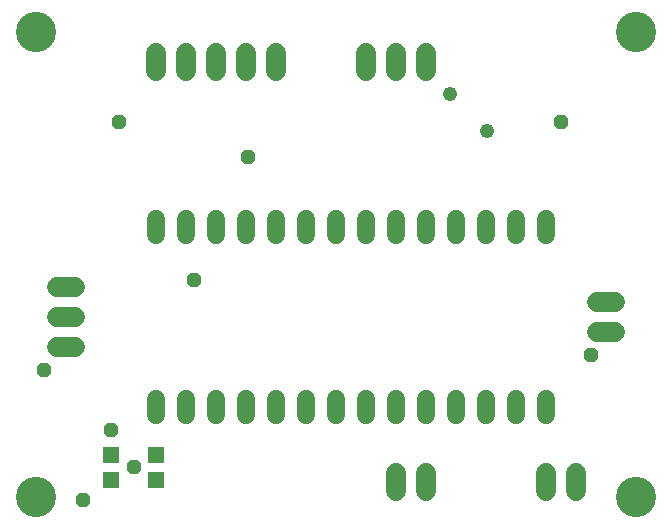
<source format=gts>
G75*
%MOIN*%
%OFA0B0*%
%FSLAX24Y24*%
%IPPOS*%
%LPD*%
%AMOC8*
5,1,8,0,0,1.08239X$1,22.5*
%
%ADD10C,0.1340*%
%ADD11R,0.0552X0.0552*%
%ADD12C,0.0680*%
%ADD13C,0.0600*%
%ADD14C,0.0480*%
%ADD15OC8,0.0476*%
%ADD16OC8,0.0480*%
D10*
X001680Y001930D03*
X001680Y017430D03*
X021680Y017430D03*
X021680Y001930D03*
D11*
X005680Y002517D03*
X005680Y003343D03*
X004180Y003343D03*
X004180Y002517D03*
D12*
X002980Y006930D02*
X002380Y006930D01*
X002380Y007930D02*
X002980Y007930D01*
X002980Y008930D02*
X002380Y008930D01*
X005680Y016130D02*
X005680Y016730D01*
X006680Y016730D02*
X006680Y016130D01*
X007680Y016130D02*
X007680Y016730D01*
X008680Y016730D02*
X008680Y016130D01*
X009680Y016130D02*
X009680Y016730D01*
X012680Y016730D02*
X012680Y016130D01*
X013680Y016130D02*
X013680Y016730D01*
X014680Y016730D02*
X014680Y016130D01*
X020380Y008430D02*
X020980Y008430D01*
X020980Y007430D02*
X020380Y007430D01*
X019680Y002730D02*
X019680Y002130D01*
X018680Y002130D02*
X018680Y002730D01*
X014680Y002730D02*
X014680Y002130D01*
X013680Y002130D02*
X013680Y002730D01*
D13*
X013680Y004670D02*
X013680Y005190D01*
X012680Y005190D02*
X012680Y004670D01*
X011680Y004670D02*
X011680Y005190D01*
X010680Y005190D02*
X010680Y004670D01*
X009680Y004670D02*
X009680Y005190D01*
X008680Y005190D02*
X008680Y004670D01*
X007680Y004670D02*
X007680Y005190D01*
X006680Y005190D02*
X006680Y004670D01*
X005680Y004670D02*
X005680Y005190D01*
X005680Y010670D02*
X005680Y011190D01*
X006680Y011190D02*
X006680Y010670D01*
X007680Y010670D02*
X007680Y011190D01*
X008680Y011190D02*
X008680Y010670D01*
X009680Y010670D02*
X009680Y011190D01*
X010680Y011190D02*
X010680Y010670D01*
X011680Y010670D02*
X011680Y011190D01*
X012680Y011190D02*
X012680Y010670D01*
X013680Y010670D02*
X013680Y011190D01*
X014680Y011190D02*
X014680Y010670D01*
X015680Y010670D02*
X015680Y011190D01*
X016680Y011190D02*
X016680Y010670D01*
X017680Y010670D02*
X017680Y011190D01*
X018680Y011190D02*
X018680Y010670D01*
X018680Y005190D02*
X018680Y004670D01*
X017680Y004670D02*
X017680Y005190D01*
X016680Y005190D02*
X016680Y004670D01*
X015680Y004670D02*
X015680Y005190D01*
X014680Y005190D02*
X014680Y004670D01*
D14*
X016700Y014140D03*
X015490Y015370D03*
D15*
X019180Y014430D03*
X020180Y006680D03*
X008730Y013280D03*
X004430Y014430D03*
X006930Y009180D03*
X001930Y006180D03*
X004180Y004180D03*
X004930Y002930D03*
D16*
X003240Y001830D03*
M02*

</source>
